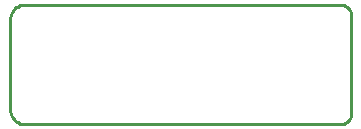
<source format=gko>
G04 EAGLE Gerber X2 export*
G75*
%MOMM*%
%FSLAX34Y34*%
%LPD*%
%AMOC8*
5,1,8,0,0,1.08239X$1,22.5*%
G01*
%ADD10C,0.254000*%


D10*
X0Y12700D02*
X48Y11593D01*
X193Y10495D01*
X433Y9413D01*
X766Y8356D01*
X1190Y7333D01*
X1701Y6350D01*
X2297Y5416D01*
X2971Y4537D01*
X3720Y3720D01*
X4537Y2971D01*
X5416Y2297D01*
X6350Y1701D01*
X7333Y1190D01*
X8356Y766D01*
X9413Y433D01*
X10495Y193D01*
X11593Y48D01*
X12700Y0D01*
X279400Y0D01*
X280219Y36D01*
X281032Y143D01*
X281833Y320D01*
X282615Y567D01*
X283373Y881D01*
X284100Y1259D01*
X284792Y1700D01*
X285442Y2199D01*
X286047Y2753D01*
X286601Y3358D01*
X287100Y4008D01*
X287541Y4700D01*
X287919Y5427D01*
X288233Y6185D01*
X288480Y6967D01*
X288657Y7768D01*
X288764Y8581D01*
X288800Y9400D01*
X288800Y92100D01*
X288764Y92919D01*
X288657Y93732D01*
X288480Y94533D01*
X288233Y95315D01*
X287919Y96073D01*
X287541Y96800D01*
X287100Y97492D01*
X286601Y98142D01*
X286047Y98747D01*
X285442Y99301D01*
X284792Y99800D01*
X284100Y100241D01*
X283373Y100619D01*
X282615Y100933D01*
X281833Y101180D01*
X281032Y101357D01*
X280219Y101464D01*
X279400Y101500D01*
X12600Y101500D01*
X11502Y101452D01*
X10412Y101309D01*
X9339Y101071D01*
X8291Y100740D01*
X7275Y100319D01*
X6300Y99812D01*
X5373Y99221D01*
X4501Y98552D01*
X3690Y97810D01*
X2948Y96999D01*
X2279Y96127D01*
X1688Y95200D01*
X1181Y94225D01*
X760Y93209D01*
X429Y92161D01*
X191Y91088D01*
X48Y89998D01*
X0Y88900D01*
X0Y12700D01*
M02*

</source>
